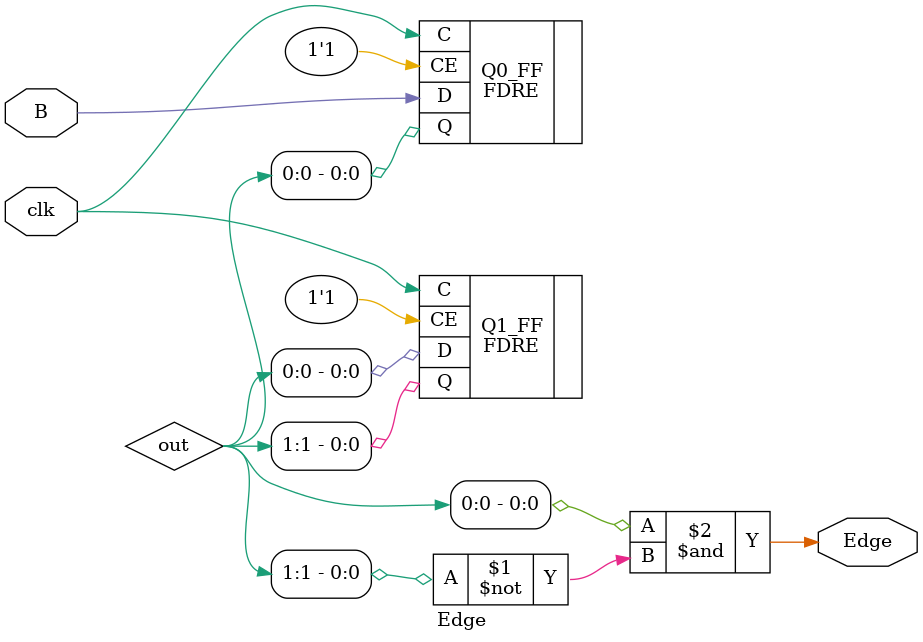
<source format=v>
`timescale 1ns / 1ps


module Edge(
    input B,
    input clk,
    output Edge
    );
    wire [1:0]out;
    
    FDRE #(.INIT(1'b0)) Q0_FF (.C(clk), .CE(1'b1), .D(B), .Q(out[0]));
    FDRE #(.INIT(1'b0)) Q1_FF (.C(clk), .CE(1'b1), .D(out[0]), .Q(out[1]));
    
    
    assign Edge = out[0] & ~out[1];
    
endmodule

</source>
